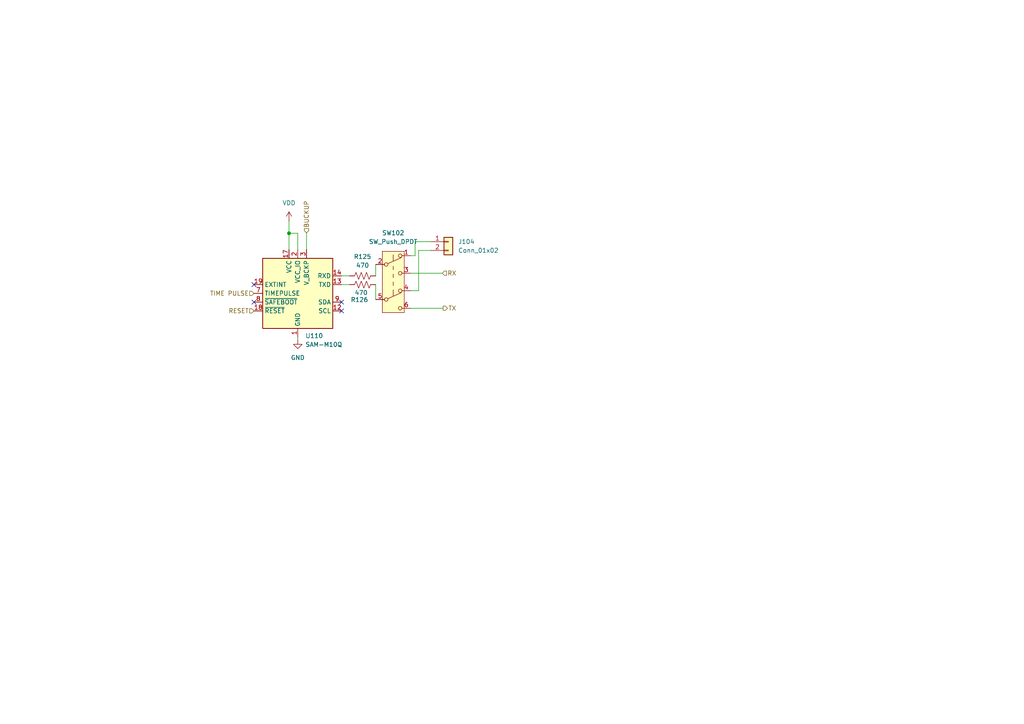
<source format=kicad_sch>
(kicad_sch (version 20231120) (generator "eeschema") (generator_version "8.0")
  (paper "A4")
  (lib_symbols
    (symbol "Connector_Generic:Conn_01x02" (pin_names (offset 1.016) hide)
      (property "Reference" "J" (at 0 2.54 0))
      (property "Value" "Conn_01x02" (at 0 -5.08 0))
      (symbol "Conn_01x02_1_1"
        (rectangle (start -1.27 -2.413) (end 0 -2.667) (stroke (width 0.1524)))
        (rectangle (start -1.27 0.127) (end 0 -0.127) (stroke (width 0.1524)))
        (rectangle (start -1.27 1.27) (end 1.27 -3.81) (stroke (width 0.254)) (fill (type background)))
        (pin passive line (at -5.08 0 0) (length 3.81) (name "Pin_1") (number "1"))
        (pin passive line (at -5.08 -2.54 0) (length 3.81) (name "Pin_2") (number "2"))
      )
    )
    (symbol "Device:R_US" (pin_numbers hide) (pin_names (offset 0))
      (property "Reference" "R" (at 2.54 0 90))
      (property "Value" "R_US" (at -2.54 0 90))
      (symbol "R_US_0_1"
        (polyline (pts (xy 0 -2.286) (xy 0 -2.54)))
        (polyline (pts (xy 0 2.286) (xy 0 2.54)))
        (polyline (pts (xy 0 -0.762) (xy 1.016 -1.143) (xy 0 -1.524) (xy -1.016 -1.905) (xy 0 -2.286)))
        (polyline (pts (xy 0 0.762) (xy 1.016 0.381) (xy 0 0) (xy -1.016 -0.381) (xy 0 -0.762)))
        (polyline (pts (xy 0 2.286) (xy 1.016 1.905) (xy 0 1.524) (xy -1.016 1.143) (xy 0 0.762)))
      )
      (symbol "R_US_1_1"
        (pin passive line (at 0 3.81 270) (length 1.27) (name "~") (number "1"))
        (pin passive line (at 0 -3.81 90) (length 1.27) (name "~") (number "2"))
      )
    )
    (symbol "RF_GPS:SAM-M8Q"
      (property "Reference" "U" (at -8.89 11.43 0))
      (property "Value" "SAM-M8Q" (at 8.89 11.43 0))
      (symbol "SAM-M8Q_0_1"
        (rectangle (start -10.16 10.16) (end 10.16 -10.16) (stroke (width 0.254)) (fill (type background)))
      )
      (symbol "SAM-M8Q_1_1"
        (pin power_in line (at 0 -12.7 90) (length 2.54) (name "GND") (number "1"))
        (pin passive line (at 0 -12.7 90) (length 2.54) hide (name "GND") (number "10"))
        (pin passive line (at 0 -12.7 90) (length 2.54) hide (name "GND") (number "11"))
        (pin input line (at 12.7 -5.08 180) (length 2.54) (name "SCL") (number "12"))
        (pin output line (at 12.7 2.54 180) (length 2.54) (name "TXD") (number "13"))
        (pin input line (at 12.7 5.08 180) (length 2.54) (name "RXD") (number "14"))
        (pin passive line (at 0 -12.7 90) (length 2.54) hide (name "GND") (number "15"))
        (pin passive line (at 0 -12.7 90) (length 2.54) hide (name "GND") (number "16"))
        (pin power_in line (at -2.54 12.7 270) (length 2.54) (name "VCC") (number "17"))
        (pin input line (at -12.7 -5.08 0) (length 2.54) (name "~{RESET}") (number "18"))
        (pin input line (at -12.7 2.54 0) (length 2.54) (name "EXTINT") (number "19"))
        (pin power_in line (at 0 12.7 270) (length 2.54) (name "VCC_IO") (number "2"))
        (pin passive line (at 0 -12.7 90) (length 2.54) hide (name "GND") (number "20"))
        (pin power_in line (at 2.54 12.7 270) (length 2.54) (name "V_BCKP") (number "3"))
        (pin passive line (at 0 -12.7 90) (length 2.54) hide (name "GND") (number "4"))
        (pin passive line (at 0 -12.7 90) (length 2.54) hide (name "GND") (number "5"))
        (pin passive line (at 0 -12.7 90) (length 2.54) hide (name "GND") (number "6"))
        (pin output line (at -12.7 0 0) (length 2.54) (name "TIMEPULSE") (number "7"))
        (pin input line (at -12.7 -2.54 0) (length 2.54) (name "~{SAFEBOOT}") (number "8"))
        (pin bidirectional line (at 12.7 -2.54 180) (length 2.54) (name "SDA") (number "9"))
      )
    )
    (symbol "Switch:SW_Push_DPDT" (pin_names (offset 0) hide)
      (property "Reference" "SW" (at 0 10.16 0))
      (property "Value" "SW_Push_DPDT" (at 0 -10.16 0))
      (symbol "SW_Push_DPDT_0_0"
        (circle (center -2.032 -5.08) (radius 0.508))
        (circle (center -2.032 5.08) (radius 0.508))
        (circle (center 2.032 -7.62) (radius 0.508))
        (circle (center 2.032 2.54) (radius 0.508))
      )
      (symbol "SW_Push_DPDT_0_1"
        (polyline (pts (xy -1.524 -4.826) (xy 2.3368 -3.0988)))
        (polyline (pts (xy -1.524 5.334) (xy 2.3368 7.0612)))
        (polyline (pts (xy 0 -2.286) (xy 0 -4.064)))
        (polyline (pts (xy 0 -1.016) (xy 0 0)))
        (polyline (pts (xy 0 1.27) (xy 0 2.286)))
        (polyline (pts (xy 0 3.556) (xy 0 4.572)))
        (polyline (pts (xy 0 7.874) (xy 0 6.096)))
        (circle (center 2.032 -2.54) (radius 0.508))
        (circle (center 2.032 7.62) (radius 0.508))
      )
      (symbol "SW_Push_DPDT_1_1"
        (rectangle (start -3.175 8.89) (end 3.175 -8.89) (fill (type background)))
        (pin passive line (at 5.08 7.62 180) (length 2.54) (name "A") (number "1"))
        (pin passive line (at -5.08 5.08 0) (length 2.54) (name "B") (number "2"))
        (pin passive line (at 5.08 2.54 180) (length 2.54) (name "C") (number "3"))
        (pin passive line (at 5.08 -2.54 180) (length 2.54) (name "A") (number "4"))
        (pin passive line (at -5.08 -5.08 0) (length 2.54) (name "B") (number "5"))
        (pin passive line (at 5.08 -7.62 180) (length 2.54) (name "C") (number "6"))
      )
    )
    (symbol "power:GND" (power) (pin_numbers hide) (pin_names (offset 0) hide)
      (property "Value" "GND" (at 0 -3.81 0))
      (symbol "GND_0_1"
        (polyline (pts (xy 0 0) (xy 0 -1.27) (xy 1.27 -1.27) (xy 0 -2.54) (xy -1.27 -1.27) (xy 0 -1.27)))
      )
      (symbol "GND_1_1"
        (pin power_in line (at 0 0 270) (length 0) (name "~") (number "1"))
      )
    )
    (symbol "power:VDD" (power) (pin_numbers hide) (pin_names (offset 0) hide)
      (property "Value" "VDD" (at 0 3.556 0))
      (symbol "VDD_0_1"
        (polyline (pts (xy -0.762 1.27) (xy 0 2.54)))
        (polyline (pts (xy 0 0) (xy 0 2.54)))
        (polyline (pts (xy 0 2.54) (xy 0.762 1.27)))
      )
      (symbol "VDD_1_1"
        (pin power_in line (at 0 0 90) (length 0) (name "~") (number "1"))
      )
    )
  )
  (junction (at 83.82 67.6519))
  (no_connect (at 73.66 87.63))
  (no_connect (at 73.66 82.55))
  (no_connect (at 99.06 87.63))
  (no_connect (at 99.06 90.17))
  (wire (pts (xy 124.968 72.644) (xy 121.412 72.644)))
  (wire (pts (xy 86.36 72.39) (xy 86.36 67.6519)))
  (wire (pts (xy 121.412 72.644) (xy 121.412 84.328)))
  (wire (pts (xy 119.126 74.168) (xy 120.396 74.168)))
  (wire (pts (xy 83.82 67.6519) (xy 86.36 67.6519)))
  (wire (pts (xy 120.396 74.168) (xy 120.396 70.104)))
  (wire (pts (xy 120.396 70.104) (xy 124.968 70.104)))
  (wire (pts (xy 119.126 79.248) (xy 128.27 79.248)))
  (wire (pts (xy 86.36 97.79) (xy 86.36 98.5916)))
  (wire (pts (xy 121.412 84.328) (xy 119.126 84.328)))
  (wire (pts (xy 88.9 72.39) (xy 88.9 67.5562)))
  (wire (pts (xy 108.966 86.868) (xy 108.966 82.55)))
  (wire (pts (xy 83.82 63.9955) (xy 83.82 67.6519)))
  (wire (pts (xy 83.82 67.6519) (xy 83.82 72.39)))
  (wire (pts (xy 119.126 89.408) (xy 128.524 89.408)))
  (wire (pts (xy 108.966 80.01) (xy 108.966 76.708)))
  (wire (pts (xy 86.36 98.5916) (xy 86.3687 98.5916)))
  (wire (pts (xy 101.346 82.55) (xy 99.06 82.55)))
  (wire (pts (xy 101.346 80.01) (xy 99.06 80.01)))
  (hierarchical_label "RX" (shape input) (at 128.27 79.248 0))
  (hierarchical_label "BUCKUP" (shape input) (at 88.9 67.5562 90))
  (hierarchical_label "TIME PULSE" (shape input) (at 73.66 85.09 180))
  (hierarchical_label "RESET" (shape input) (at 73.66 90.17 180))
  (hierarchical_label "TX" (shape output) (at 128.524 89.408 0))
  (symbol (lib_id "Switch:SW_Push_DPDT") (at 114.046 81.788 0) (unit 1)
    (property "Reference" "SW102" (at 114.046 67.564 0))
    (property "Value" "SW_Push_DPDT" (at 114.046 70.104 0))
    (property "Footprint" "WOBCLibrary:IS-2245S-G" (effects (hide yes)))
    (property "Description" "Momentary Switch, dual pole double throw" (effects (hide yes)))
  )
  (symbol (lib_id "power:GND") (at 86.3687 98.5916 0) (unit 1)
    (property "Reference" "#PWR0161" (effects (hide yes)))
    (property "Value" "GND" (at 86.3687 103.7452 0))
    (property "Description" "Power symbol creates a global label with name \"GND\" , ground" (effects (hide yes)))
  )
  (symbol (lib_id "RF_GPS:SAM-M8Q") (at 86.36 85.09 0) (unit 1)
    (property "Reference" "U110" (at 88.5541 97.3952 0) (effects (justify left)))
    (property "Value" "SAM-M10Q" (at 88.5541 99.9352 0) (effects (justify left)))
    (property "Footprint" "RF_GPS:ublox_SAM-M8Q" (effects (hide yes)))
    (property "Datasheet" "https://www.u-blox.com/sites/default/files/SAM-M8Q_DataSheet_%28UBX-16012619%29.pdf" (effects (hide yes)))
    (property "Description" "GPS ublox M8 variant" (effects (hide yes)))
  )
  (symbol (lib_id "Device:R_US") (at 105.156 82.55 90) (unit 1)
    (property "Reference" "R126" (at 104.2546 86.9441 90))
    (property "Value" "470" (at 104.7558 84.9036 90))
    (property "Footprint" "Resistor_SMD:R_0402_1005Metric" (effects (hide yes)))
    (property "Description" "Resistor, US symbol" (effects (hide yes)))
  )
  (symbol (lib_id "Connector_Generic:Conn_01x02") (at 130.048 70.104 0) (unit 1)
    (property "Reference" "J104" (at 132.8749 70.1039 0) (effects (justify left)))
    (property "Value" "Conn_01x02" (at 132.8749 72.6439 0) (effects (justify left)))
    (property "Footprint" "Connector_PinHeader_2.54mm:PinHeader_1x02_P2.54mm_Vertical" (effects (hide yes)))
    (property "Description" "Generic connector, single row, 01x02, script generated (kicad-library-utils/schlib/autogen/connector/)" (effects (hide yes)))
  )
  (symbol (lib_id "Device:R_US") (at 105.156 80.01 90) (unit 1)
    (property "Reference" "R125" (at 105.156 74.4431 90))
    (property "Value" "470" (at 105.156 76.9831 90))
    (property "Footprint" "Resistor_SMD:R_0402_1005Metric" (effects (hide yes)))
    (property "Description" "Resistor, US symbol" (effects (hide yes)))
  )
  (symbol (lib_id "power:VDD") (at 83.82 63.9955 0) (unit 1)
    (property "Reference" "#PWR0160" (effects (hide yes)))
    (property "Value" "VDD" (at 83.82 58.8607 0))
    (property "Description" "Power symbol creates a global label with name \"VDD\"" (effects (hide yes)))
  )
)
</source>
